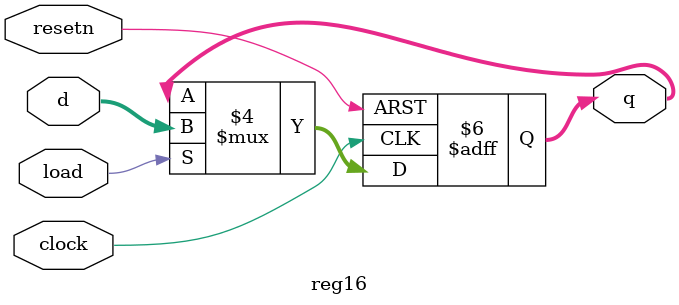
<source format=sv>
module reg16 (
	input  logic        clock, resetn, load,
	input  logic [15:0] d,
	output logic [15:0] q
);

always_ff @ (posedge clock or negedge resetn)
begin
	if (~resetn)
		q <= 16'd0;
	else if (load)
		q <= d;
	else
		q <= q;
end

endmodule
</source>
